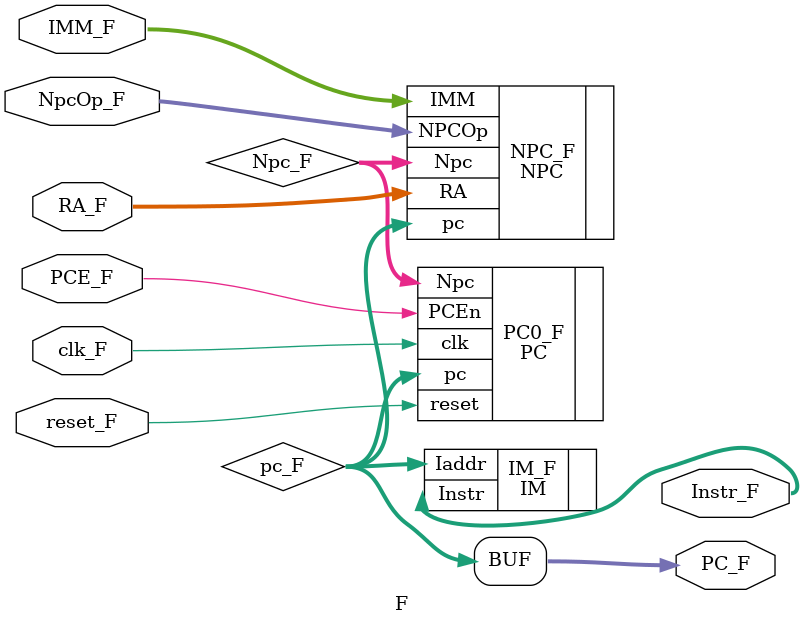
<source format=v>
`timescale 1ns / 1ps
module F(
    input clk_F,
    input reset_F,
    input PCE_F,
    input [25:0] IMM_F,
    input [31:0] RA_F,
    input [1:0] NpcOp_F,
    output [31:0] Instr_F,
    output [31:0] PC_F
    );

	 //wire declare
	 wire [31:0] Npc_F; 
	 wire [31:0] pc_F;
	 
	 assign PC_F = pc_F;

	 PC PC0_F (
    .clk(clk_F), 
    .reset(reset_F), 
    .PCEn(PCE_F), 
    .Npc(Npc_F), 
    .pc(pc_F)
    );
	 
	 NPC NPC_F (
    .pc(pc_F), 
    .IMM(IMM_F), 
    .RA(RA_F), 
    .NPCOp(NpcOp_F), 
    .Npc(Npc_F)
    );
	
	 IM IM_F (
    .Iaddr(pc_F), 
    .Instr(Instr_F)
    );
endmodule

</source>
